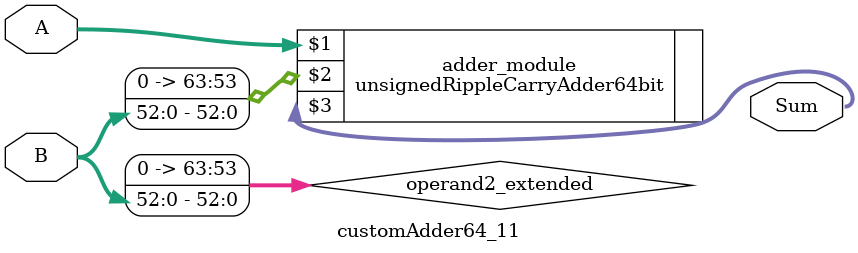
<source format=v>
module customAdder64_11(
                        input [63 : 0] A,
                        input [52 : 0] B,
                        
                        output [64 : 0] Sum
                );

        wire [63 : 0] operand2_extended;
        
        assign operand2_extended =  {11'b0, B};
        
        unsignedRippleCarryAdder64bit adder_module(
            A,
            operand2_extended,
            Sum
        );
        
        endmodule
        
</source>
